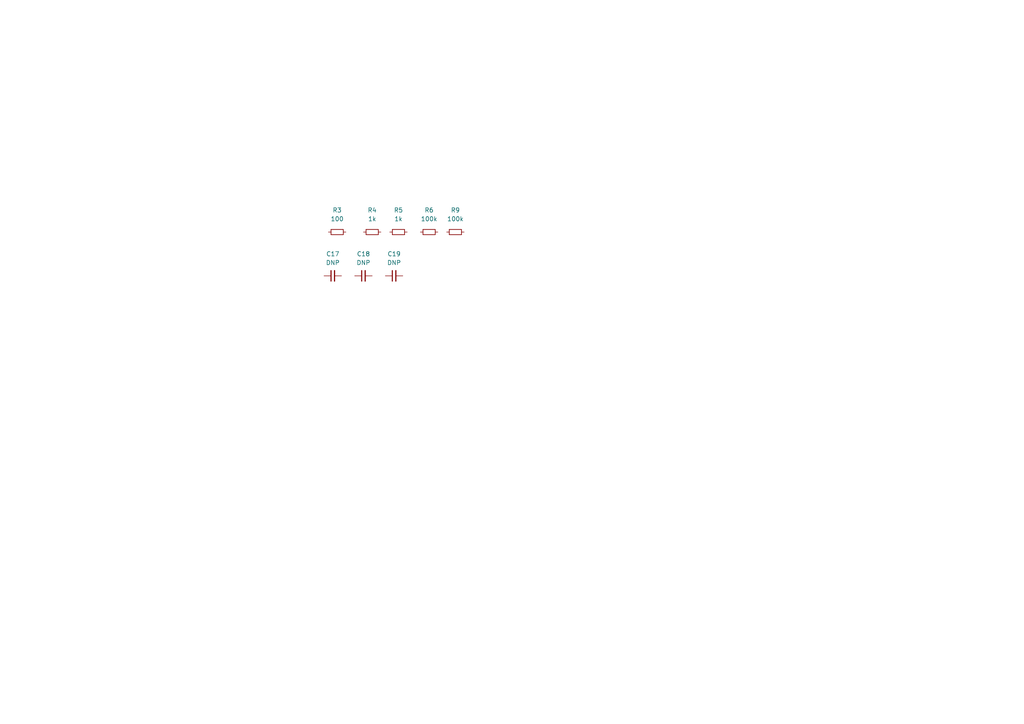
<source format=kicad_sch>
(kicad_sch (version 20211123) (generator eeschema)
  (paper "A4")
  (lib_symbols
    (symbol "Device:R_Small" (pin_numbers hide) (pin_names (offset 0.254) hide)
      (property "Reference" "R" (at 0.762 0.508 0))
      (property "Value" "R_Small" (at 0.762 -1.016 0))
      (symbol "R_Small_0_1"
        (rectangle (start -0.762 1.778) (end 0.762 -1.778) (stroke (width 0.2032)))
      )
      (symbol "R_Small_1_1"
        (pin passive line (at 0 2.54 270) (length 0.762) (name "~") (number "1"))
        (pin passive line (at 0 -2.54 90) (length 0.762) (name "~") (number "2"))
      )
    )
    (symbol "custom_passives:DNP" (pin_numbers hide) (pin_names (offset 0.254))
      (property "Reference" "C" (at -2.54 0 90))
      (property "Value" "DNP" (at 2.54 0 90))
      (symbol "DNP_1_1"
        (polyline (pts (xy -1.524 -0.508) (xy 1.524 -0.508)) (stroke (width 0.3302)))
        (polyline (pts (xy -1.524 0.508) (xy 1.524 0.508)) (stroke (width 0.3048)))
        (pin passive line (at 0 2.54 270) (length 2.032) (name "~") (number "1"))
        (pin passive line (at 0 -2.54 90) (length 2.032) (name "~") (number "2"))
      )
    )
  )
  (symbol (lib_id "Device:R_Small") (at 115.57 67.31 270) (unit 1)
    (property "Reference" "R5" (at 115.57 60.96 90))
    (property "Value" "1k" (at 115.57 63.5 90))
    (property "Footprint" "Resistor_SMD:R_0603_1608Metric" (effects hide))
    (property "Part Number" "RMCF0603FG1K00" (effects hide))
    (property "Digi-Key Part Number" "RMCF0603FG1K00CT-ND" (effects hide))
    (property "Description" "RES TKF 1k 1% 1/10W SMD 0402" (effects hide))
  )
  (symbol (lib_id "Device:R_Small") (at 97.79 67.31 270) (unit 1)
    (property "Reference" "R3" (at 97.79 60.96 90))
    (property "Value" "100" (at 97.79 63.5 90))
    (property "Part Number" "RC1206FR-07100RL" (effects hide))
    (property "Digi-Key Part Number" "311-100FRCT-ND" (effects hide))
    (property "Description" "RES TKF 100R 1% 1/4W SMD 1206" (effects hide))
  )
  (symbol (lib_id "Device:R_Small") (at 107.95 67.31 270) (unit 1)
    (property "Reference" "R4" (at 107.95 60.96 90))
    (property "Value" "1k" (at 107.95 63.5 90))
    (property "Footprint" "Resistor_SMD:R_0603_1608Metric" (effects hide))
    (property "Part Number" "RMCF0603FG1K00" (effects hide))
    (property "Digi-Key Part Number" "RMCF0603FG1K00CT-ND" (effects hide))
    (property "Description" "RES TKF 1k 1% 1/10W SMD 0402" (effects hide))
  )
  (symbol (lib_id "custom_passives:DNP") (at 114.3 80.01 90) (unit 1)
    (property "Reference" "C19" (at 114.3063 73.66 90))
    (property "Value" "DNP" (at 114.3063 76.2 90))
    (property "Footprint" "custom_passives:C_0402_1005Metric_DNP" (effects hide))
    (property "Part Number" "CGA2B3X7R1V104K050BB" (effects hide))
    (property "Digi-Key Part Number" "445-6901-1-ND" (effects hide))
    (property "Description" "CAP CER 0.1uF 35V 10% X7R SMD 0402" (effects hide))
  )
  (symbol (lib_id "Device:R_Small") (at 124.46 67.31 270) (unit 1)
    (property "Reference" "R6" (at 124.46 60.96 90))
    (property "Value" "100k" (at 124.46 63.5 90))
    (property "Footprint" "Resistor_SMD:R_0402_1005Metric" (effects hide))
    (property "Part Number" "ERJ-2RKF1003X" (effects hide))
    (property "Digi-Key Part Number" "2019-SG73P1EWTTP1003FCT-ND" (effects hide))
    (property "Description" "RES TKF 100k 1% 1/10W SMD 0402" (effects hide))
  )
  (symbol (lib_id "custom_passives:DNP") (at 96.52 80.01 90) (unit 1)
    (property "Reference" "C17" (at 96.5263 73.66 90))
    (property "Value" "DNP" (at 96.5263 76.2 90))
    (property "Footprint" "custom_passives:C_0402_1005Metric_DNP" (effects hide))
    (property "Part Number" "CGA2B3X7R1V104K050BB" (effects hide))
    (property "Digi-Key Part Number" "445-6901-1-ND" (effects hide))
    (property "Description" "CAP CER 0.1uF 35V 10% X7R SMD 0402" (effects hide))
  )
  (symbol (lib_id "Device:R_Small") (at 132.08 67.31 270) (unit 1)
    (property "Reference" "R9" (at 132.08 60.96 90))
    (property "Value" "100k" (at 132.08 63.5 90))
    (property "Footprint" "Resistor_SMD:R_0402_1005Metric" (effects hide))
    (property "Part Number" "ERJ-2RKF1003X" (effects hide))
    (property "Digi-Key Part Number" "2019-SG73P1EWTTP1003FCT-ND" (effects hide))
    (property "Description" "RES TKF 100k 1% 1/10W SMD 0402" (effects hide))
  )
  (symbol (lib_id "custom_passives:DNP") (at 105.41 80.01 90) (unit 1)
    (property "Reference" "C18" (at 105.4163 73.66 90))
    (property "Value" "DNP" (at 105.4163 76.2 90))
    (property "Footprint" "custom_passives:C_0402_1005Metric_DNP" (effects hide))
    (property "Part Number" "CGA2B3X7R1V104K050BB" (effects hide))
    (property "Digi-Key Part Number" "445-6901-1-ND" (effects hide))
    (property "Description" "CAP CER 0.1uF 35V 10% X7R SMD 0402" (effects hide))
  )
)
</source>
